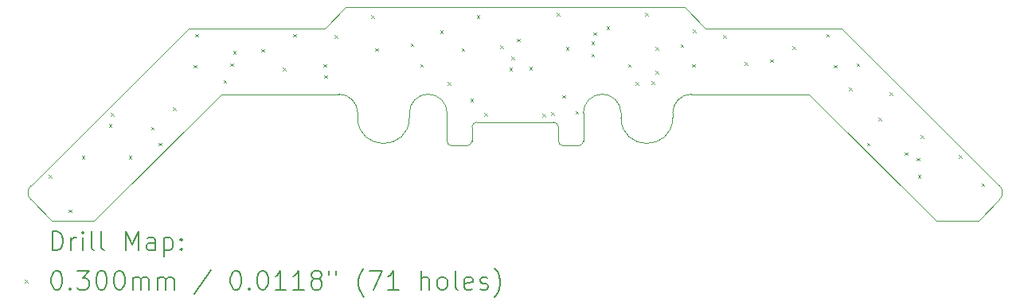
<source format=gbr>
%TF.GenerationSoftware,KiCad,Pcbnew,8.0.4*%
%TF.CreationDate,2024-11-30T14:16:21+01:00*%
%TF.ProjectId,Sensor_PCB,53656e73-6f72-45f5-9043-422e6b696361,rev?*%
%TF.SameCoordinates,Original*%
%TF.FileFunction,Drillmap*%
%TF.FilePolarity,Positive*%
%FSLAX45Y45*%
G04 Gerber Fmt 4.5, Leading zero omitted, Abs format (unit mm)*
G04 Created by KiCad (PCBNEW 8.0.4) date 2024-11-30 14:16:21*
%MOMM*%
%LPD*%
G01*
G04 APERTURE LIST*
%ADD10C,0.050000*%
%ADD11C,0.200000*%
%ADD12C,0.100000*%
G04 APERTURE END LIST*
D10*
X9450000Y-5575000D02*
X9300000Y-5575000D01*
X10400000Y-5575000D02*
G75*
G02*
X10600000Y-5775000I0J-200000D01*
G01*
X9300000Y-4875000D02*
X9525000Y-4650000D01*
X7850000Y-4875000D02*
X9300000Y-4875000D01*
X9650000Y-5825000D02*
X9650000Y-5775000D01*
X11735355Y-5875000D02*
G75*
G02*
X11785350Y-5925000I5J-49990D01*
G01*
X10200000Y-5775000D02*
G75*
G02*
X10400000Y-5575000I200000J0D01*
G01*
X12250000Y-5575000D02*
G75*
G02*
X12450000Y-5775000I0J-200000D01*
G01*
X16475000Y-6550000D02*
G75*
G02*
X16475000Y-6700000I-75000J-75000D01*
G01*
X13350000Y-4875000D02*
X13125000Y-4650000D01*
X14800000Y-4875000D02*
X16475000Y-6550000D01*
X14450000Y-5575000D02*
X15800000Y-6925000D01*
X10864645Y-5925355D02*
X10864645Y-6075000D01*
X11835355Y-6125000D02*
G75*
G02*
X11785350Y-6075000I5J50010D01*
G01*
X14800000Y-4875000D02*
X13350000Y-4875000D01*
X13000000Y-5775000D02*
X13000000Y-5825000D01*
X7850000Y-4875000D02*
X6175000Y-6550000D01*
X13350000Y-5575000D02*
X14450000Y-5575000D01*
X8200000Y-5575000D02*
X6850000Y-6925000D01*
X6400000Y-6925000D02*
X6175000Y-6700000D01*
X12050000Y-5775000D02*
X12050000Y-6075000D01*
X10650000Y-6125000D02*
G75*
G02*
X10600000Y-6075000I0J50000D01*
G01*
X9450000Y-5575000D02*
G75*
G02*
X9650000Y-5775000I0J-200000D01*
G01*
X12000000Y-6125000D02*
X11850000Y-6125000D01*
X6850000Y-6925000D02*
X6400000Y-6925000D01*
X12050000Y-6075000D02*
G75*
G02*
X12000000Y-6125000I-50000J0D01*
G01*
X12450000Y-5825000D02*
X12450000Y-5775000D01*
X16475000Y-6700000D02*
X16250000Y-6925000D01*
X12050000Y-5775000D02*
G75*
G02*
X12250000Y-5575000I200000J0D01*
G01*
X13000000Y-5775000D02*
G75*
G02*
X13200000Y-5575000I200000J0D01*
G01*
X9525000Y-4650000D02*
X11325000Y-4650000D01*
X13350000Y-5575000D02*
X13200000Y-5575000D01*
X13000000Y-5825000D02*
G75*
G02*
X12450000Y-5825000I-275000J0D01*
G01*
X10800000Y-6125000D02*
X10650000Y-6125000D01*
X10864645Y-6075000D02*
G75*
G02*
X10814645Y-6124995I-49995J0D01*
G01*
X9300000Y-5575000D02*
X8200000Y-5575000D01*
X10600000Y-5775000D02*
X10600000Y-6075000D01*
X11850000Y-6125000D02*
X11835355Y-6125000D01*
X10800000Y-6125000D02*
X10814645Y-6125000D01*
X10864645Y-5925000D02*
G75*
G02*
X10914645Y-5874995I50005J0D01*
G01*
X10200000Y-5825000D02*
G75*
G02*
X9650000Y-5825000I-275000J0D01*
G01*
X11785355Y-6075000D02*
X11785355Y-5925000D01*
X10914645Y-5875000D02*
X11735355Y-5875000D01*
X15800000Y-6925000D02*
X16250000Y-6925000D01*
X13125000Y-4650000D02*
X11325000Y-4650000D01*
X10200000Y-5825000D02*
X10200000Y-5775000D01*
X6175000Y-6700000D02*
G75*
G02*
X6175000Y-6550000I75000J75000D01*
G01*
D11*
D12*
X6365000Y-6435000D02*
X6395000Y-6465000D01*
X6395000Y-6435000D02*
X6365000Y-6465000D01*
X6575000Y-6805000D02*
X6605000Y-6835000D01*
X6605000Y-6805000D02*
X6575000Y-6835000D01*
X6715000Y-6235000D02*
X6745000Y-6265000D01*
X6745000Y-6235000D02*
X6715000Y-6265000D01*
X7005000Y-5895000D02*
X7035000Y-5925000D01*
X7035000Y-5895000D02*
X7005000Y-5925000D01*
X7025000Y-5775000D02*
X7055000Y-5805000D01*
X7055000Y-5775000D02*
X7025000Y-5805000D01*
X7215000Y-6235000D02*
X7245000Y-6265000D01*
X7245000Y-6235000D02*
X7215000Y-6265000D01*
X7455000Y-5925000D02*
X7485000Y-5955000D01*
X7485000Y-5925000D02*
X7455000Y-5955000D01*
X7535000Y-6095000D02*
X7565000Y-6125000D01*
X7565000Y-6095000D02*
X7535000Y-6125000D01*
X7685000Y-5715000D02*
X7715000Y-5745000D01*
X7715000Y-5715000D02*
X7685000Y-5745000D01*
X7905000Y-5265000D02*
X7935000Y-5295000D01*
X7935000Y-5265000D02*
X7905000Y-5295000D01*
X7925000Y-4935000D02*
X7955000Y-4965000D01*
X7955000Y-4935000D02*
X7925000Y-4965000D01*
X8225000Y-5425000D02*
X8255000Y-5455000D01*
X8255000Y-5425000D02*
X8225000Y-5455000D01*
X8295000Y-5245000D02*
X8325000Y-5275000D01*
X8325000Y-5245000D02*
X8295000Y-5275000D01*
X8325000Y-5115000D02*
X8355000Y-5145000D01*
X8355000Y-5115000D02*
X8325000Y-5145000D01*
X8625000Y-5095000D02*
X8655000Y-5125000D01*
X8655000Y-5095000D02*
X8625000Y-5125000D01*
X8855000Y-5295000D02*
X8885000Y-5325000D01*
X8885000Y-5295000D02*
X8855000Y-5325000D01*
X8965000Y-4935000D02*
X8995000Y-4965000D01*
X8995000Y-4935000D02*
X8965000Y-4965000D01*
X9285000Y-5255000D02*
X9315000Y-5285000D01*
X9315000Y-5255000D02*
X9285000Y-5285000D01*
X9295000Y-5375000D02*
X9325000Y-5405000D01*
X9325000Y-5375000D02*
X9295000Y-5405000D01*
X9405000Y-4945000D02*
X9435000Y-4975000D01*
X9435000Y-4945000D02*
X9405000Y-4975000D01*
X9795000Y-4735000D02*
X9825000Y-4765000D01*
X9825000Y-4735000D02*
X9795000Y-4765000D01*
X9835000Y-5085000D02*
X9865000Y-5115000D01*
X9865000Y-5085000D02*
X9835000Y-5115000D01*
X10215000Y-5035000D02*
X10245000Y-5065000D01*
X10245000Y-5035000D02*
X10215000Y-5065000D01*
X10315000Y-5255000D02*
X10345000Y-5285000D01*
X10345000Y-5255000D02*
X10315000Y-5285000D01*
X10525000Y-4895000D02*
X10555000Y-4925000D01*
X10555000Y-4895000D02*
X10525000Y-4925000D01*
X10605000Y-5445000D02*
X10635000Y-5475000D01*
X10635000Y-5445000D02*
X10605000Y-5475000D01*
X10755000Y-5085000D02*
X10785000Y-5115000D01*
X10785000Y-5085000D02*
X10755000Y-5115000D01*
X10847500Y-5625000D02*
X10877500Y-5655000D01*
X10877500Y-5625000D02*
X10847500Y-5655000D01*
X10915000Y-4735000D02*
X10945000Y-4765000D01*
X10945000Y-4735000D02*
X10915000Y-4765000D01*
X10995000Y-5775000D02*
X11025000Y-5805000D01*
X11025000Y-5775000D02*
X10995000Y-5805000D01*
X11165000Y-5055000D02*
X11195000Y-5085000D01*
X11195000Y-5055000D02*
X11165000Y-5085000D01*
X11265000Y-5295000D02*
X11295000Y-5325000D01*
X11295000Y-5295000D02*
X11265000Y-5325000D01*
X11285000Y-5175000D02*
X11315000Y-5205000D01*
X11315000Y-5175000D02*
X11285000Y-5205000D01*
X11345000Y-4985000D02*
X11375000Y-5015000D01*
X11375000Y-4985000D02*
X11345000Y-5015000D01*
X11475000Y-5285000D02*
X11505000Y-5315000D01*
X11505000Y-5285000D02*
X11475000Y-5315000D01*
X11615000Y-5785000D02*
X11645000Y-5815000D01*
X11645000Y-5785000D02*
X11615000Y-5815000D01*
X11710000Y-5765000D02*
X11740000Y-5795000D01*
X11740000Y-5765000D02*
X11710000Y-5795000D01*
X11765000Y-4710000D02*
X11795000Y-4740000D01*
X11795000Y-4710000D02*
X11765000Y-4740000D01*
X11825000Y-5585000D02*
X11855000Y-5615000D01*
X11855000Y-5585000D02*
X11825000Y-5615000D01*
X11865000Y-5075000D02*
X11895000Y-5105000D01*
X11895000Y-5075000D02*
X11865000Y-5105000D01*
X11965000Y-5755000D02*
X11995000Y-5785000D01*
X11995000Y-5755000D02*
X11965000Y-5785000D01*
X12135000Y-5015000D02*
X12165000Y-5045000D01*
X12165000Y-5015000D02*
X12135000Y-5045000D01*
X12135000Y-5145000D02*
X12165000Y-5175000D01*
X12165000Y-5145000D02*
X12135000Y-5175000D01*
X12155000Y-4915000D02*
X12185000Y-4945000D01*
X12185000Y-4915000D02*
X12155000Y-4945000D01*
X12295000Y-4855000D02*
X12325000Y-4885000D01*
X12325000Y-4855000D02*
X12295000Y-4885000D01*
X12525000Y-5255698D02*
X12555000Y-5285698D01*
X12555000Y-5255698D02*
X12525000Y-5285698D01*
X12605000Y-5445000D02*
X12635000Y-5475000D01*
X12635000Y-5445000D02*
X12605000Y-5475000D01*
X12705000Y-4710000D02*
X12735000Y-4740000D01*
X12735000Y-4710000D02*
X12705000Y-4740000D01*
X12775000Y-5435000D02*
X12805000Y-5465000D01*
X12805000Y-5435000D02*
X12775000Y-5465000D01*
X12815000Y-5075000D02*
X12845000Y-5105000D01*
X12845000Y-5075000D02*
X12815000Y-5105000D01*
X12815000Y-5325000D02*
X12845000Y-5355000D01*
X12845000Y-5325000D02*
X12815000Y-5355000D01*
X13085000Y-5045000D02*
X13115000Y-5075000D01*
X13115000Y-5045000D02*
X13085000Y-5075000D01*
X13205000Y-5255000D02*
X13235000Y-5285000D01*
X13235000Y-5255000D02*
X13205000Y-5285000D01*
X13215000Y-4885000D02*
X13245000Y-4915000D01*
X13245000Y-4885000D02*
X13215000Y-4915000D01*
X13535000Y-4945000D02*
X13565000Y-4975000D01*
X13565000Y-4945000D02*
X13535000Y-4975000D01*
X13765000Y-5235000D02*
X13795000Y-5265000D01*
X13795000Y-5235000D02*
X13765000Y-5265000D01*
X14035000Y-5205000D02*
X14065000Y-5235000D01*
X14065000Y-5205000D02*
X14035000Y-5235000D01*
X14275000Y-5065000D02*
X14305000Y-5095000D01*
X14305000Y-5065000D02*
X14275000Y-5095000D01*
X14635000Y-4935000D02*
X14665000Y-4965000D01*
X14665000Y-4935000D02*
X14635000Y-4965000D01*
X14715000Y-5265000D02*
X14745000Y-5295000D01*
X14745000Y-5265000D02*
X14715000Y-5295000D01*
X14875000Y-5505000D02*
X14905000Y-5535000D01*
X14905000Y-5505000D02*
X14875000Y-5535000D01*
X14955000Y-5245000D02*
X14985000Y-5275000D01*
X14985000Y-5245000D02*
X14955000Y-5275000D01*
X15065000Y-6095000D02*
X15095000Y-6125000D01*
X15095000Y-6095000D02*
X15065000Y-6125000D01*
X15186449Y-5826449D02*
X15216449Y-5856449D01*
X15216449Y-5826449D02*
X15186449Y-5856449D01*
X15305000Y-5555000D02*
X15335000Y-5585000D01*
X15335000Y-5555000D02*
X15305000Y-5585000D01*
X15465000Y-6195000D02*
X15495000Y-6225000D01*
X15495000Y-6195000D02*
X15465000Y-6225000D01*
X15595000Y-6255000D02*
X15625000Y-6285000D01*
X15625000Y-6255000D02*
X15595000Y-6285000D01*
X15605000Y-6435000D02*
X15635000Y-6465000D01*
X15635000Y-6435000D02*
X15605000Y-6465000D01*
X15635000Y-6015000D02*
X15665000Y-6045000D01*
X15665000Y-6015000D02*
X15635000Y-6045000D01*
X16045000Y-6225000D02*
X16075000Y-6255000D01*
X16075000Y-6225000D02*
X16045000Y-6255000D01*
X16285000Y-6525000D02*
X16315000Y-6555000D01*
X16315000Y-6525000D02*
X16285000Y-6555000D01*
D11*
X6402211Y-7238984D02*
X6402211Y-7038984D01*
X6402211Y-7038984D02*
X6449830Y-7038984D01*
X6449830Y-7038984D02*
X6478401Y-7048508D01*
X6478401Y-7048508D02*
X6497449Y-7067555D01*
X6497449Y-7067555D02*
X6506973Y-7086603D01*
X6506973Y-7086603D02*
X6516496Y-7124698D01*
X6516496Y-7124698D02*
X6516496Y-7153269D01*
X6516496Y-7153269D02*
X6506973Y-7191365D01*
X6506973Y-7191365D02*
X6497449Y-7210412D01*
X6497449Y-7210412D02*
X6478401Y-7229460D01*
X6478401Y-7229460D02*
X6449830Y-7238984D01*
X6449830Y-7238984D02*
X6402211Y-7238984D01*
X6602211Y-7238984D02*
X6602211Y-7105650D01*
X6602211Y-7143746D02*
X6611735Y-7124698D01*
X6611735Y-7124698D02*
X6621258Y-7115174D01*
X6621258Y-7115174D02*
X6640306Y-7105650D01*
X6640306Y-7105650D02*
X6659354Y-7105650D01*
X6726020Y-7238984D02*
X6726020Y-7105650D01*
X6726020Y-7038984D02*
X6716496Y-7048508D01*
X6716496Y-7048508D02*
X6726020Y-7058031D01*
X6726020Y-7058031D02*
X6735544Y-7048508D01*
X6735544Y-7048508D02*
X6726020Y-7038984D01*
X6726020Y-7038984D02*
X6726020Y-7058031D01*
X6849830Y-7238984D02*
X6830782Y-7229460D01*
X6830782Y-7229460D02*
X6821258Y-7210412D01*
X6821258Y-7210412D02*
X6821258Y-7038984D01*
X6954592Y-7238984D02*
X6935544Y-7229460D01*
X6935544Y-7229460D02*
X6926020Y-7210412D01*
X6926020Y-7210412D02*
X6926020Y-7038984D01*
X7183163Y-7238984D02*
X7183163Y-7038984D01*
X7183163Y-7038984D02*
X7249830Y-7181841D01*
X7249830Y-7181841D02*
X7316496Y-7038984D01*
X7316496Y-7038984D02*
X7316496Y-7238984D01*
X7497449Y-7238984D02*
X7497449Y-7134222D01*
X7497449Y-7134222D02*
X7487925Y-7115174D01*
X7487925Y-7115174D02*
X7468877Y-7105650D01*
X7468877Y-7105650D02*
X7430782Y-7105650D01*
X7430782Y-7105650D02*
X7411735Y-7115174D01*
X7497449Y-7229460D02*
X7478401Y-7238984D01*
X7478401Y-7238984D02*
X7430782Y-7238984D01*
X7430782Y-7238984D02*
X7411735Y-7229460D01*
X7411735Y-7229460D02*
X7402211Y-7210412D01*
X7402211Y-7210412D02*
X7402211Y-7191365D01*
X7402211Y-7191365D02*
X7411735Y-7172317D01*
X7411735Y-7172317D02*
X7430782Y-7162793D01*
X7430782Y-7162793D02*
X7478401Y-7162793D01*
X7478401Y-7162793D02*
X7497449Y-7153269D01*
X7592687Y-7105650D02*
X7592687Y-7305650D01*
X7592687Y-7115174D02*
X7611735Y-7105650D01*
X7611735Y-7105650D02*
X7649830Y-7105650D01*
X7649830Y-7105650D02*
X7668877Y-7115174D01*
X7668877Y-7115174D02*
X7678401Y-7124698D01*
X7678401Y-7124698D02*
X7687925Y-7143746D01*
X7687925Y-7143746D02*
X7687925Y-7200888D01*
X7687925Y-7200888D02*
X7678401Y-7219936D01*
X7678401Y-7219936D02*
X7668877Y-7229460D01*
X7668877Y-7229460D02*
X7649830Y-7238984D01*
X7649830Y-7238984D02*
X7611735Y-7238984D01*
X7611735Y-7238984D02*
X7592687Y-7229460D01*
X7773639Y-7219936D02*
X7783163Y-7229460D01*
X7783163Y-7229460D02*
X7773639Y-7238984D01*
X7773639Y-7238984D02*
X7764116Y-7229460D01*
X7764116Y-7229460D02*
X7773639Y-7219936D01*
X7773639Y-7219936D02*
X7773639Y-7238984D01*
X7773639Y-7115174D02*
X7783163Y-7124698D01*
X7783163Y-7124698D02*
X7773639Y-7134222D01*
X7773639Y-7134222D02*
X7764116Y-7124698D01*
X7764116Y-7124698D02*
X7773639Y-7115174D01*
X7773639Y-7115174D02*
X7773639Y-7134222D01*
D12*
X6111434Y-7552500D02*
X6141434Y-7582500D01*
X6141434Y-7552500D02*
X6111434Y-7582500D01*
D11*
X6440306Y-7458984D02*
X6459354Y-7458984D01*
X6459354Y-7458984D02*
X6478401Y-7468508D01*
X6478401Y-7468508D02*
X6487925Y-7478031D01*
X6487925Y-7478031D02*
X6497449Y-7497079D01*
X6497449Y-7497079D02*
X6506973Y-7535174D01*
X6506973Y-7535174D02*
X6506973Y-7582793D01*
X6506973Y-7582793D02*
X6497449Y-7620888D01*
X6497449Y-7620888D02*
X6487925Y-7639936D01*
X6487925Y-7639936D02*
X6478401Y-7649460D01*
X6478401Y-7649460D02*
X6459354Y-7658984D01*
X6459354Y-7658984D02*
X6440306Y-7658984D01*
X6440306Y-7658984D02*
X6421258Y-7649460D01*
X6421258Y-7649460D02*
X6411735Y-7639936D01*
X6411735Y-7639936D02*
X6402211Y-7620888D01*
X6402211Y-7620888D02*
X6392687Y-7582793D01*
X6392687Y-7582793D02*
X6392687Y-7535174D01*
X6392687Y-7535174D02*
X6402211Y-7497079D01*
X6402211Y-7497079D02*
X6411735Y-7478031D01*
X6411735Y-7478031D02*
X6421258Y-7468508D01*
X6421258Y-7468508D02*
X6440306Y-7458984D01*
X6592687Y-7639936D02*
X6602211Y-7649460D01*
X6602211Y-7649460D02*
X6592687Y-7658984D01*
X6592687Y-7658984D02*
X6583163Y-7649460D01*
X6583163Y-7649460D02*
X6592687Y-7639936D01*
X6592687Y-7639936D02*
X6592687Y-7658984D01*
X6668877Y-7458984D02*
X6792687Y-7458984D01*
X6792687Y-7458984D02*
X6726020Y-7535174D01*
X6726020Y-7535174D02*
X6754592Y-7535174D01*
X6754592Y-7535174D02*
X6773639Y-7544698D01*
X6773639Y-7544698D02*
X6783163Y-7554222D01*
X6783163Y-7554222D02*
X6792687Y-7573269D01*
X6792687Y-7573269D02*
X6792687Y-7620888D01*
X6792687Y-7620888D02*
X6783163Y-7639936D01*
X6783163Y-7639936D02*
X6773639Y-7649460D01*
X6773639Y-7649460D02*
X6754592Y-7658984D01*
X6754592Y-7658984D02*
X6697449Y-7658984D01*
X6697449Y-7658984D02*
X6678401Y-7649460D01*
X6678401Y-7649460D02*
X6668877Y-7639936D01*
X6916496Y-7458984D02*
X6935544Y-7458984D01*
X6935544Y-7458984D02*
X6954592Y-7468508D01*
X6954592Y-7468508D02*
X6964116Y-7478031D01*
X6964116Y-7478031D02*
X6973639Y-7497079D01*
X6973639Y-7497079D02*
X6983163Y-7535174D01*
X6983163Y-7535174D02*
X6983163Y-7582793D01*
X6983163Y-7582793D02*
X6973639Y-7620888D01*
X6973639Y-7620888D02*
X6964116Y-7639936D01*
X6964116Y-7639936D02*
X6954592Y-7649460D01*
X6954592Y-7649460D02*
X6935544Y-7658984D01*
X6935544Y-7658984D02*
X6916496Y-7658984D01*
X6916496Y-7658984D02*
X6897449Y-7649460D01*
X6897449Y-7649460D02*
X6887925Y-7639936D01*
X6887925Y-7639936D02*
X6878401Y-7620888D01*
X6878401Y-7620888D02*
X6868877Y-7582793D01*
X6868877Y-7582793D02*
X6868877Y-7535174D01*
X6868877Y-7535174D02*
X6878401Y-7497079D01*
X6878401Y-7497079D02*
X6887925Y-7478031D01*
X6887925Y-7478031D02*
X6897449Y-7468508D01*
X6897449Y-7468508D02*
X6916496Y-7458984D01*
X7106973Y-7458984D02*
X7126020Y-7458984D01*
X7126020Y-7458984D02*
X7145068Y-7468508D01*
X7145068Y-7468508D02*
X7154592Y-7478031D01*
X7154592Y-7478031D02*
X7164116Y-7497079D01*
X7164116Y-7497079D02*
X7173639Y-7535174D01*
X7173639Y-7535174D02*
X7173639Y-7582793D01*
X7173639Y-7582793D02*
X7164116Y-7620888D01*
X7164116Y-7620888D02*
X7154592Y-7639936D01*
X7154592Y-7639936D02*
X7145068Y-7649460D01*
X7145068Y-7649460D02*
X7126020Y-7658984D01*
X7126020Y-7658984D02*
X7106973Y-7658984D01*
X7106973Y-7658984D02*
X7087925Y-7649460D01*
X7087925Y-7649460D02*
X7078401Y-7639936D01*
X7078401Y-7639936D02*
X7068877Y-7620888D01*
X7068877Y-7620888D02*
X7059354Y-7582793D01*
X7059354Y-7582793D02*
X7059354Y-7535174D01*
X7059354Y-7535174D02*
X7068877Y-7497079D01*
X7068877Y-7497079D02*
X7078401Y-7478031D01*
X7078401Y-7478031D02*
X7087925Y-7468508D01*
X7087925Y-7468508D02*
X7106973Y-7458984D01*
X7259354Y-7658984D02*
X7259354Y-7525650D01*
X7259354Y-7544698D02*
X7268877Y-7535174D01*
X7268877Y-7535174D02*
X7287925Y-7525650D01*
X7287925Y-7525650D02*
X7316497Y-7525650D01*
X7316497Y-7525650D02*
X7335544Y-7535174D01*
X7335544Y-7535174D02*
X7345068Y-7554222D01*
X7345068Y-7554222D02*
X7345068Y-7658984D01*
X7345068Y-7554222D02*
X7354592Y-7535174D01*
X7354592Y-7535174D02*
X7373639Y-7525650D01*
X7373639Y-7525650D02*
X7402211Y-7525650D01*
X7402211Y-7525650D02*
X7421258Y-7535174D01*
X7421258Y-7535174D02*
X7430782Y-7554222D01*
X7430782Y-7554222D02*
X7430782Y-7658984D01*
X7526020Y-7658984D02*
X7526020Y-7525650D01*
X7526020Y-7544698D02*
X7535544Y-7535174D01*
X7535544Y-7535174D02*
X7554592Y-7525650D01*
X7554592Y-7525650D02*
X7583163Y-7525650D01*
X7583163Y-7525650D02*
X7602211Y-7535174D01*
X7602211Y-7535174D02*
X7611735Y-7554222D01*
X7611735Y-7554222D02*
X7611735Y-7658984D01*
X7611735Y-7554222D02*
X7621258Y-7535174D01*
X7621258Y-7535174D02*
X7640306Y-7525650D01*
X7640306Y-7525650D02*
X7668877Y-7525650D01*
X7668877Y-7525650D02*
X7687925Y-7535174D01*
X7687925Y-7535174D02*
X7697449Y-7554222D01*
X7697449Y-7554222D02*
X7697449Y-7658984D01*
X8087925Y-7449460D02*
X7916497Y-7706603D01*
X8345068Y-7458984D02*
X8364116Y-7458984D01*
X8364116Y-7458984D02*
X8383163Y-7468508D01*
X8383163Y-7468508D02*
X8392687Y-7478031D01*
X8392687Y-7478031D02*
X8402211Y-7497079D01*
X8402211Y-7497079D02*
X8411735Y-7535174D01*
X8411735Y-7535174D02*
X8411735Y-7582793D01*
X8411735Y-7582793D02*
X8402211Y-7620888D01*
X8402211Y-7620888D02*
X8392687Y-7639936D01*
X8392687Y-7639936D02*
X8383163Y-7649460D01*
X8383163Y-7649460D02*
X8364116Y-7658984D01*
X8364116Y-7658984D02*
X8345068Y-7658984D01*
X8345068Y-7658984D02*
X8326020Y-7649460D01*
X8326020Y-7649460D02*
X8316497Y-7639936D01*
X8316497Y-7639936D02*
X8306973Y-7620888D01*
X8306973Y-7620888D02*
X8297449Y-7582793D01*
X8297449Y-7582793D02*
X8297449Y-7535174D01*
X8297449Y-7535174D02*
X8306973Y-7497079D01*
X8306973Y-7497079D02*
X8316497Y-7478031D01*
X8316497Y-7478031D02*
X8326020Y-7468508D01*
X8326020Y-7468508D02*
X8345068Y-7458984D01*
X8497449Y-7639936D02*
X8506973Y-7649460D01*
X8506973Y-7649460D02*
X8497449Y-7658984D01*
X8497449Y-7658984D02*
X8487925Y-7649460D01*
X8487925Y-7649460D02*
X8497449Y-7639936D01*
X8497449Y-7639936D02*
X8497449Y-7658984D01*
X8630782Y-7458984D02*
X8649830Y-7458984D01*
X8649830Y-7458984D02*
X8668878Y-7468508D01*
X8668878Y-7468508D02*
X8678402Y-7478031D01*
X8678402Y-7478031D02*
X8687925Y-7497079D01*
X8687925Y-7497079D02*
X8697449Y-7535174D01*
X8697449Y-7535174D02*
X8697449Y-7582793D01*
X8697449Y-7582793D02*
X8687925Y-7620888D01*
X8687925Y-7620888D02*
X8678402Y-7639936D01*
X8678402Y-7639936D02*
X8668878Y-7649460D01*
X8668878Y-7649460D02*
X8649830Y-7658984D01*
X8649830Y-7658984D02*
X8630782Y-7658984D01*
X8630782Y-7658984D02*
X8611735Y-7649460D01*
X8611735Y-7649460D02*
X8602211Y-7639936D01*
X8602211Y-7639936D02*
X8592687Y-7620888D01*
X8592687Y-7620888D02*
X8583163Y-7582793D01*
X8583163Y-7582793D02*
X8583163Y-7535174D01*
X8583163Y-7535174D02*
X8592687Y-7497079D01*
X8592687Y-7497079D02*
X8602211Y-7478031D01*
X8602211Y-7478031D02*
X8611735Y-7468508D01*
X8611735Y-7468508D02*
X8630782Y-7458984D01*
X8887925Y-7658984D02*
X8773640Y-7658984D01*
X8830782Y-7658984D02*
X8830782Y-7458984D01*
X8830782Y-7458984D02*
X8811735Y-7487555D01*
X8811735Y-7487555D02*
X8792687Y-7506603D01*
X8792687Y-7506603D02*
X8773640Y-7516127D01*
X9078402Y-7658984D02*
X8964116Y-7658984D01*
X9021259Y-7658984D02*
X9021259Y-7458984D01*
X9021259Y-7458984D02*
X9002211Y-7487555D01*
X9002211Y-7487555D02*
X8983163Y-7506603D01*
X8983163Y-7506603D02*
X8964116Y-7516127D01*
X9192687Y-7544698D02*
X9173640Y-7535174D01*
X9173640Y-7535174D02*
X9164116Y-7525650D01*
X9164116Y-7525650D02*
X9154592Y-7506603D01*
X9154592Y-7506603D02*
X9154592Y-7497079D01*
X9154592Y-7497079D02*
X9164116Y-7478031D01*
X9164116Y-7478031D02*
X9173640Y-7468508D01*
X9173640Y-7468508D02*
X9192687Y-7458984D01*
X9192687Y-7458984D02*
X9230783Y-7458984D01*
X9230783Y-7458984D02*
X9249830Y-7468508D01*
X9249830Y-7468508D02*
X9259354Y-7478031D01*
X9259354Y-7478031D02*
X9268878Y-7497079D01*
X9268878Y-7497079D02*
X9268878Y-7506603D01*
X9268878Y-7506603D02*
X9259354Y-7525650D01*
X9259354Y-7525650D02*
X9249830Y-7535174D01*
X9249830Y-7535174D02*
X9230783Y-7544698D01*
X9230783Y-7544698D02*
X9192687Y-7544698D01*
X9192687Y-7544698D02*
X9173640Y-7554222D01*
X9173640Y-7554222D02*
X9164116Y-7563746D01*
X9164116Y-7563746D02*
X9154592Y-7582793D01*
X9154592Y-7582793D02*
X9154592Y-7620888D01*
X9154592Y-7620888D02*
X9164116Y-7639936D01*
X9164116Y-7639936D02*
X9173640Y-7649460D01*
X9173640Y-7649460D02*
X9192687Y-7658984D01*
X9192687Y-7658984D02*
X9230783Y-7658984D01*
X9230783Y-7658984D02*
X9249830Y-7649460D01*
X9249830Y-7649460D02*
X9259354Y-7639936D01*
X9259354Y-7639936D02*
X9268878Y-7620888D01*
X9268878Y-7620888D02*
X9268878Y-7582793D01*
X9268878Y-7582793D02*
X9259354Y-7563746D01*
X9259354Y-7563746D02*
X9249830Y-7554222D01*
X9249830Y-7554222D02*
X9230783Y-7544698D01*
X9345068Y-7458984D02*
X9345068Y-7497079D01*
X9421259Y-7458984D02*
X9421259Y-7497079D01*
X9716497Y-7735174D02*
X9706973Y-7725650D01*
X9706973Y-7725650D02*
X9687925Y-7697079D01*
X9687925Y-7697079D02*
X9678402Y-7678031D01*
X9678402Y-7678031D02*
X9668878Y-7649460D01*
X9668878Y-7649460D02*
X9659354Y-7601841D01*
X9659354Y-7601841D02*
X9659354Y-7563746D01*
X9659354Y-7563746D02*
X9668878Y-7516127D01*
X9668878Y-7516127D02*
X9678402Y-7487555D01*
X9678402Y-7487555D02*
X9687925Y-7468508D01*
X9687925Y-7468508D02*
X9706973Y-7439936D01*
X9706973Y-7439936D02*
X9716497Y-7430412D01*
X9773640Y-7458984D02*
X9906973Y-7458984D01*
X9906973Y-7458984D02*
X9821259Y-7658984D01*
X10087925Y-7658984D02*
X9973640Y-7658984D01*
X10030783Y-7658984D02*
X10030783Y-7458984D01*
X10030783Y-7458984D02*
X10011735Y-7487555D01*
X10011735Y-7487555D02*
X9992687Y-7506603D01*
X9992687Y-7506603D02*
X9973640Y-7516127D01*
X10326021Y-7658984D02*
X10326021Y-7458984D01*
X10411735Y-7658984D02*
X10411735Y-7554222D01*
X10411735Y-7554222D02*
X10402211Y-7535174D01*
X10402211Y-7535174D02*
X10383164Y-7525650D01*
X10383164Y-7525650D02*
X10354592Y-7525650D01*
X10354592Y-7525650D02*
X10335545Y-7535174D01*
X10335545Y-7535174D02*
X10326021Y-7544698D01*
X10535545Y-7658984D02*
X10516497Y-7649460D01*
X10516497Y-7649460D02*
X10506973Y-7639936D01*
X10506973Y-7639936D02*
X10497449Y-7620888D01*
X10497449Y-7620888D02*
X10497449Y-7563746D01*
X10497449Y-7563746D02*
X10506973Y-7544698D01*
X10506973Y-7544698D02*
X10516497Y-7535174D01*
X10516497Y-7535174D02*
X10535545Y-7525650D01*
X10535545Y-7525650D02*
X10564116Y-7525650D01*
X10564116Y-7525650D02*
X10583164Y-7535174D01*
X10583164Y-7535174D02*
X10592687Y-7544698D01*
X10592687Y-7544698D02*
X10602211Y-7563746D01*
X10602211Y-7563746D02*
X10602211Y-7620888D01*
X10602211Y-7620888D02*
X10592687Y-7639936D01*
X10592687Y-7639936D02*
X10583164Y-7649460D01*
X10583164Y-7649460D02*
X10564116Y-7658984D01*
X10564116Y-7658984D02*
X10535545Y-7658984D01*
X10716497Y-7658984D02*
X10697449Y-7649460D01*
X10697449Y-7649460D02*
X10687926Y-7630412D01*
X10687926Y-7630412D02*
X10687926Y-7458984D01*
X10868878Y-7649460D02*
X10849830Y-7658984D01*
X10849830Y-7658984D02*
X10811735Y-7658984D01*
X10811735Y-7658984D02*
X10792687Y-7649460D01*
X10792687Y-7649460D02*
X10783164Y-7630412D01*
X10783164Y-7630412D02*
X10783164Y-7554222D01*
X10783164Y-7554222D02*
X10792687Y-7535174D01*
X10792687Y-7535174D02*
X10811735Y-7525650D01*
X10811735Y-7525650D02*
X10849830Y-7525650D01*
X10849830Y-7525650D02*
X10868878Y-7535174D01*
X10868878Y-7535174D02*
X10878402Y-7554222D01*
X10878402Y-7554222D02*
X10878402Y-7573269D01*
X10878402Y-7573269D02*
X10783164Y-7592317D01*
X10954592Y-7649460D02*
X10973640Y-7658984D01*
X10973640Y-7658984D02*
X11011735Y-7658984D01*
X11011735Y-7658984D02*
X11030783Y-7649460D01*
X11030783Y-7649460D02*
X11040307Y-7630412D01*
X11040307Y-7630412D02*
X11040307Y-7620888D01*
X11040307Y-7620888D02*
X11030783Y-7601841D01*
X11030783Y-7601841D02*
X11011735Y-7592317D01*
X11011735Y-7592317D02*
X10983164Y-7592317D01*
X10983164Y-7592317D02*
X10964116Y-7582793D01*
X10964116Y-7582793D02*
X10954592Y-7563746D01*
X10954592Y-7563746D02*
X10954592Y-7554222D01*
X10954592Y-7554222D02*
X10964116Y-7535174D01*
X10964116Y-7535174D02*
X10983164Y-7525650D01*
X10983164Y-7525650D02*
X11011735Y-7525650D01*
X11011735Y-7525650D02*
X11030783Y-7535174D01*
X11106973Y-7735174D02*
X11116497Y-7725650D01*
X11116497Y-7725650D02*
X11135545Y-7697079D01*
X11135545Y-7697079D02*
X11145068Y-7678031D01*
X11145068Y-7678031D02*
X11154592Y-7649460D01*
X11154592Y-7649460D02*
X11164116Y-7601841D01*
X11164116Y-7601841D02*
X11164116Y-7563746D01*
X11164116Y-7563746D02*
X11154592Y-7516127D01*
X11154592Y-7516127D02*
X11145068Y-7487555D01*
X11145068Y-7487555D02*
X11135545Y-7468508D01*
X11135545Y-7468508D02*
X11116497Y-7439936D01*
X11116497Y-7439936D02*
X11106973Y-7430412D01*
M02*

</source>
